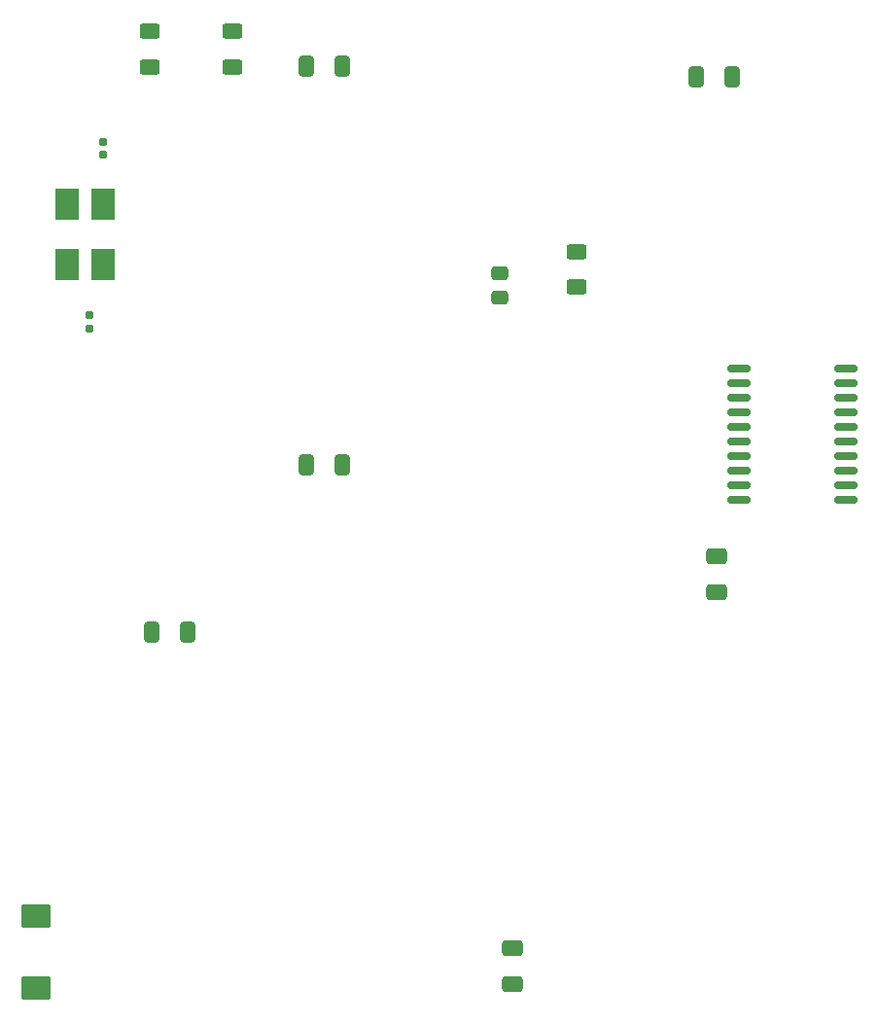
<source format=gbr>
%TF.GenerationSoftware,KiCad,Pcbnew,(6.0.4-0)*%
%TF.CreationDate,2022-05-20T22:02:18+01:00*%
%TF.ProjectId,8088_cpu_card,38303838-5f63-4707-955f-636172642e6b,rev?*%
%TF.SameCoordinates,Original*%
%TF.FileFunction,Paste,Bot*%
%TF.FilePolarity,Positive*%
%FSLAX46Y46*%
G04 Gerber Fmt 4.6, Leading zero omitted, Abs format (unit mm)*
G04 Created by KiCad (PCBNEW (6.0.4-0)) date 2022-05-20 22:02:18*
%MOMM*%
%LPD*%
G01*
G04 APERTURE LIST*
G04 Aperture macros list*
%AMRoundRect*
0 Rectangle with rounded corners*
0 $1 Rounding radius*
0 $2 $3 $4 $5 $6 $7 $8 $9 X,Y pos of 4 corners*
0 Add a 4 corners polygon primitive as box body*
4,1,4,$2,$3,$4,$5,$6,$7,$8,$9,$2,$3,0*
0 Add four circle primitives for the rounded corners*
1,1,$1+$1,$2,$3*
1,1,$1+$1,$4,$5*
1,1,$1+$1,$6,$7*
1,1,$1+$1,$8,$9*
0 Add four rect primitives between the rounded corners*
20,1,$1+$1,$2,$3,$4,$5,0*
20,1,$1+$1,$4,$5,$6,$7,0*
20,1,$1+$1,$6,$7,$8,$9,0*
20,1,$1+$1,$8,$9,$2,$3,0*%
G04 Aperture macros list end*
%ADD10RoundRect,0.250000X-0.412500X-0.650000X0.412500X-0.650000X0.412500X0.650000X-0.412500X0.650000X0*%
%ADD11RoundRect,0.250000X-0.625000X0.400000X-0.625000X-0.400000X0.625000X-0.400000X0.625000X0.400000X0*%
%ADD12RoundRect,0.250000X-0.650000X0.412500X-0.650000X-0.412500X0.650000X-0.412500X0.650000X0.412500X0*%
%ADD13RoundRect,0.155000X-0.155000X0.212500X-0.155000X-0.212500X0.155000X-0.212500X0.155000X0.212500X0*%
%ADD14RoundRect,0.150000X-0.875000X-0.150000X0.875000X-0.150000X0.875000X0.150000X-0.875000X0.150000X0*%
%ADD15R,2.100000X2.700000*%
%ADD16RoundRect,0.250000X0.475000X-0.337500X0.475000X0.337500X-0.475000X0.337500X-0.475000X-0.337500X0*%
%ADD17RoundRect,0.250000X1.025000X-0.787500X1.025000X0.787500X-1.025000X0.787500X-1.025000X-0.787500X0*%
G04 APERTURE END LIST*
D10*
%TO.C,C7*%
X121500500Y-82042000D03*
X124625500Y-82042000D03*
%TD*%
D11*
%TO.C,R4*%
X145034000Y-63474000D03*
X145034000Y-66574000D03*
%TD*%
D10*
%TO.C,C5*%
X121500500Y-47371000D03*
X124625500Y-47371000D03*
%TD*%
D11*
%TO.C,R2*%
X107823000Y-44297000D03*
X107823000Y-47397000D03*
%TD*%
%TO.C,R3*%
X115062000Y-44297000D03*
X115062000Y-47397000D03*
%TD*%
D12*
%TO.C,C9*%
X139446000Y-124167500D03*
X139446000Y-127292500D03*
%TD*%
D10*
%TO.C,C10*%
X108038500Y-96647000D03*
X111163500Y-96647000D03*
%TD*%
D13*
%TO.C,C1*%
X102616000Y-69028500D03*
X102616000Y-70163500D03*
%TD*%
D14*
%TO.C,U2*%
X159180000Y-85090000D03*
X159180000Y-83820000D03*
X159180000Y-82550000D03*
X159180000Y-81280000D03*
X159180000Y-80010000D03*
X159180000Y-78740000D03*
X159180000Y-77470000D03*
X159180000Y-76200000D03*
X159180000Y-74930000D03*
X159180000Y-73660000D03*
X168480000Y-73660000D03*
X168480000Y-74930000D03*
X168480000Y-76200000D03*
X168480000Y-77470000D03*
X168480000Y-78740000D03*
X168480000Y-80010000D03*
X168480000Y-81280000D03*
X168480000Y-82550000D03*
X168480000Y-83820000D03*
X168480000Y-85090000D03*
%TD*%
D10*
%TO.C,C6*%
X155409500Y-48265000D03*
X158534500Y-48265000D03*
%TD*%
D13*
%TO.C,C2*%
X103759000Y-53915500D03*
X103759000Y-55050500D03*
%TD*%
D15*
%TO.C,Y1*%
X103785000Y-59326000D03*
X103785000Y-64626000D03*
X100685000Y-64626000D03*
X100685000Y-59326000D03*
%TD*%
D12*
%TO.C,C8*%
X157226000Y-90004500D03*
X157226000Y-93129500D03*
%TD*%
D16*
%TO.C,C3*%
X138303000Y-67458500D03*
X138303000Y-65383500D03*
%TD*%
D17*
%TO.C,C4*%
X97917000Y-127572500D03*
X97917000Y-121347500D03*
%TD*%
M02*

</source>
